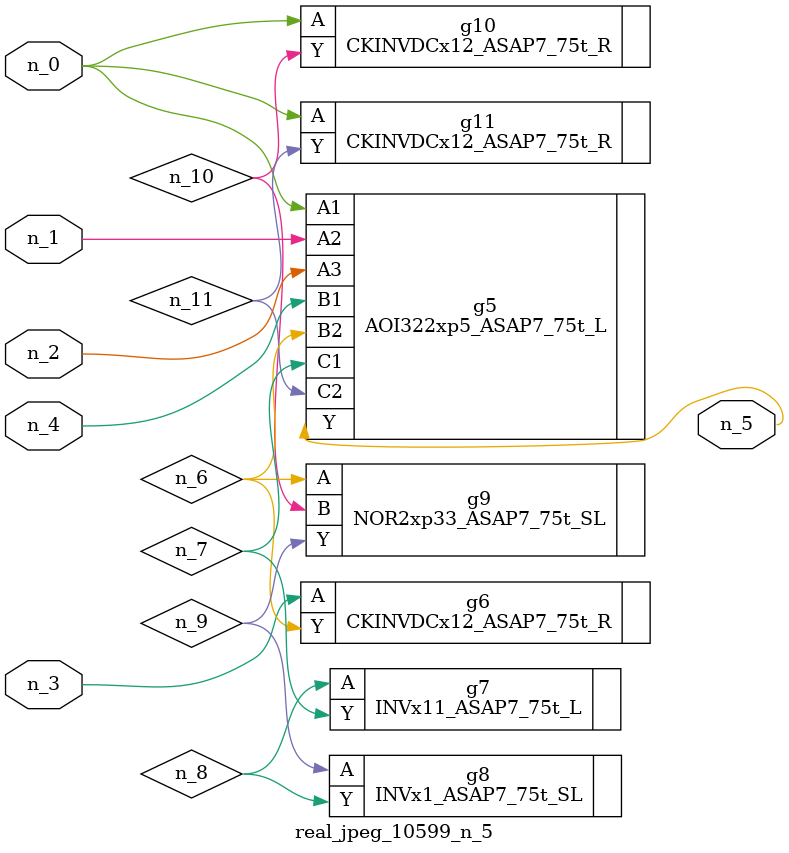
<source format=v>
module real_jpeg_10599_n_5 (n_4, n_0, n_1, n_2, n_3, n_5);

input n_4;
input n_0;
input n_1;
input n_2;
input n_3;

output n_5;

wire n_8;
wire n_11;
wire n_6;
wire n_7;
wire n_10;
wire n_9;

AOI322xp5_ASAP7_75t_L g5 ( 
.A1(n_0),
.A2(n_1),
.A3(n_2),
.B1(n_4),
.B2(n_6),
.C1(n_7),
.C2(n_11),
.Y(n_5)
);

CKINVDCx12_ASAP7_75t_R g10 ( 
.A(n_0),
.Y(n_10)
);

CKINVDCx12_ASAP7_75t_R g11 ( 
.A(n_0),
.Y(n_11)
);

CKINVDCx12_ASAP7_75t_R g6 ( 
.A(n_3),
.Y(n_6)
);

NOR2xp33_ASAP7_75t_SL g9 ( 
.A(n_6),
.B(n_10),
.Y(n_9)
);

INVx11_ASAP7_75t_L g7 ( 
.A(n_8),
.Y(n_7)
);

INVx1_ASAP7_75t_SL g8 ( 
.A(n_9),
.Y(n_8)
);


endmodule
</source>
